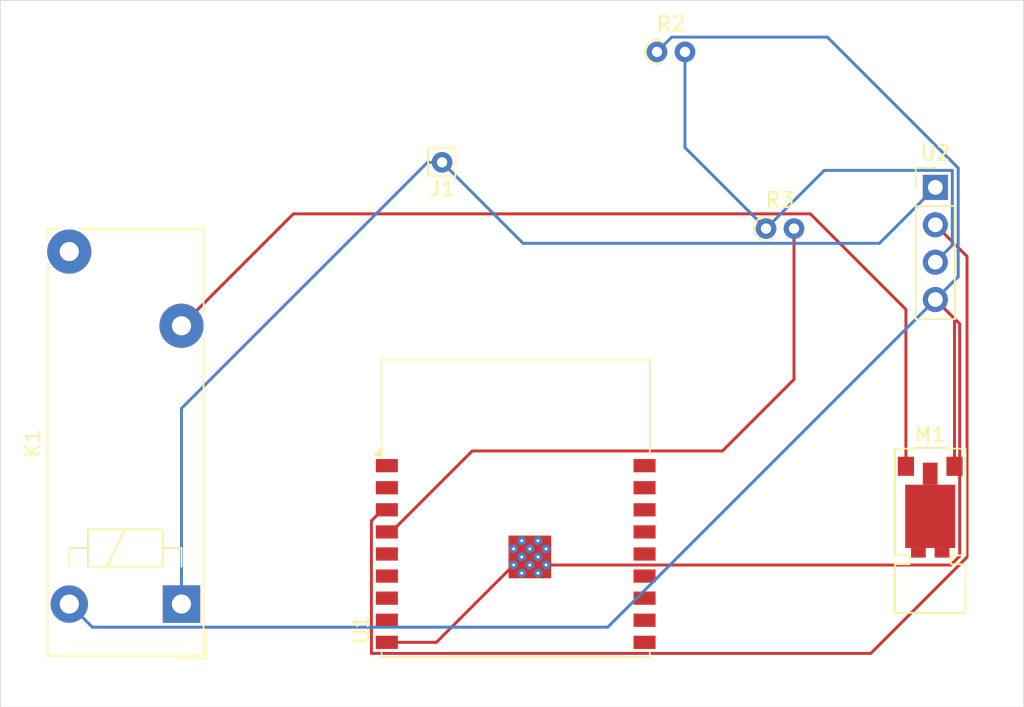
<source format=kicad_pcb>
(kicad_pcb (version 20241229) (generator "pcbnew") (generator_version "9.0")
  (layers (0 "F.Cu" signal) (2 "B.Cu" signal) (13 "F.Paste" user) (15 "B.Paste" user) (5 "F.SilkS" user "F.Silkscreen") (7 "B.SilkS" user "B.Silkscreen") (1 "F.Mask" user) (3 "B.Mask" user) (25 "Edge.Cuts" user))
  (net 0 "")
  (net 1 "+5V")
  (net 3 "Net-(M1-+)")
  (net 4 "Net-(J1-Pin_2)")
  (net 5 "Net-(U2-ECHO)")
  (net 6 "Net-(U1-IO5)")
  (net 22 "Net-(U1-IO4)")
  (footprint "RF_Module:ESP32-C3-WROOM-02" (layer "F.Cu") (at 201 119.6)
    (property "Reference" "U1" (at -10.5 5.13 90) (layer "F.SilkS"))
    (property "Value" "ESP32-C3-WROOM-02")
    (fp_line (start -9.11 -13.21) (end -9.11 -7.4) (stroke (width 0.12)) (layer "F.SilkS"))
    (fp_line (start -9.11 -13.21) (end 9.11 -13.21) (stroke (width 0.12)) (layer "F.SilkS"))
    (fp_line (start -9.11 6.71) (end -9.11 7.01) (stroke (width 0.12)) (layer "F.SilkS"))
    (fp_line (start -9.11 7.01) (end 9.11 7.01) (stroke (width 0.12)) (layer "F.SilkS"))
    (fp_line (start 9.11 -13.21) (end 9.11 -6.71) (stroke (width 0.12)) (layer "F.SilkS"))
    (fp_line (start 9.11 6.71) (end 9.11 7.01) (stroke (width 0.12)) (layer "F.SilkS"))
    (fp_poly (pts (xy -9.1 -6.7) (xy -9.6 -6.7) (xy -9.1 -7.2) (xy -9.1 -6.7)) (stroke (width 0.12)) (fill yes) (layer "F.SilkS"))
    (pad "1" smd rect (at -8.75 -6) (size 1.5 0.9) (layers "F.Cu" "F.Mask" "F.Paste"))
    (pad "2" smd rect (at -8.75 -4.5) (size 1.5 0.9) (layers "F.Cu" "F.Mask" "F.Paste"))
    (pad "3" smd rect (at -8.75 -3) (size 1.5 0.9) (layers "F.Cu" "F.Mask" "F.Paste") (net 22 "Net-(U1-IO4)"))
    (pad "4" smd rect (at -8.75 -1.5) (size 1.5 0.9) (layers "F.Cu" "F.Mask" "F.Paste") (net 6 "Net-(U1-IO5)"))
    (pad "5" smd rect (at -8.75 0) (size 1.5 0.9) (layers "F.Cu" "F.Mask" "F.Paste"))
    (pad "6" smd rect (at -8.75 1.5) (size 1.5 0.9) (layers "F.Cu" "F.Mask" "F.Paste"))
    (pad "7" smd rect (at -8.75 3) (size 1.5 0.9) (layers "F.Cu" "F.Mask" "F.Paste"))
    (pad "8" smd rect (at -8.75 4.5) (size 1.5 0.9) (layers "F.Cu" "F.Mask" "F.Paste"))
    (pad "9" smd rect (at -8.75 6) (size 1.5 0.9) (layers "F.Cu" "F.Mask" "F.Paste") (net 4 "Net-(J1-Pin_2)"))
    (pad "10" smd rect (at 8.75 6) (size 1.5 0.9) (layers "F.Cu" "F.Mask" "F.Paste"))
    (pad "11" smd rect (at 8.75 4.5) (size 1.5 0.9) (layers "F.Cu" "F.Mask" "F.Paste"))
    (pad "12" smd rect (at 8.75 3) (size 1.5 0.9) (layers "F.Cu" "F.Mask" "F.Paste"))
    (pad "13" smd rect (at 8.75 1.5) (size 1.5 0.9) (layers "F.Cu" "F.Mask" "F.Paste"))
    (pad "14" smd rect (at 8.75 0) (size 1.5 0.9) (layers "F.Cu" "F.Mask" "F.Paste"))
    (pad "15" smd rect (at 8.75 -1.5) (size 1.5 0.9) (layers "F.Cu" "F.Mask" "F.Paste"))
    (pad "16" smd rect (at 8.75 -3) (size 1.5 0.9) (layers "F.Cu" "F.Mask" "F.Paste"))
    (pad "17" smd rect (at 8.75 -4.5) (size 1.5 0.9) (layers "F.Cu" "F.Mask" "F.Paste"))
    (pad "18" smd rect (at 8.75 -6) (size 1.5 0.9) (layers "F.Cu" "F.Mask" "F.Paste"))
    (pad "19" thru_hole circle (at -0.14 -0.35) (size 0.6 0.6) (drill 0.2) (property pad_prop_heatsink) (layers "*.Cu" "F.Mask") (net 4 "Net-(J1-Pin_2)"))
    (pad "19" thru_hole circle (at -0.14 0.75) (size 0.6 0.6) (drill 0.2) (property pad_prop_heatsink) (layers "*.Cu" "F.Mask") (net 4 "Net-(J1-Pin_2)"))
    (pad "19" thru_hole circle (at 0.41 -0.9) (size 0.6 0.6) (drill 0.2) (property pad_prop_heatsink) (layers "*.Cu" "F.Mask") (net 4 "Net-(J1-Pin_2)"))
    (pad "19" thru_hole circle (at 0.41 0.2) (size 0.6 0.6) (drill 0.2) (property pad_prop_heatsink) (layers "*.Cu" "F.Mask") (net 4 "Net-(J1-Pin_2)"))
    (pad "19" thru_hole circle (at 0.41 1.3) (size 0.6 0.6) (drill 0.2) (property pad_prop_heatsink) (layers "*.Cu" "F.Mask") (net 4 "Net-(J1-Pin_2)"))
    (pad "19" thru_hole circle (at 0.96 -0.35) (size 0.6 0.6) (drill 0.2) (property pad_prop_heatsink) (layers "*.Cu" "F.Mask") (net 4 "Net-(J1-Pin_2)"))
    (pad "19" smd rect (at 0.96 0.2) (size 2.9 2.9) (property pad_prop_heatsink) (layers "F.Cu" "F.Mask") (net 4 "Net-(J1-Pin_2)"))
    (pad "19" thru_hole circle (at 0.96 0.75) (size 0.6 0.6) (drill 0.2) (property pad_prop_heatsink) (layers "*.Cu" "F.Mask") (net 4 "Net-(J1-Pin_2)"))
    (pad "19" thru_hole circle (at 1.51 -0.9) (size 0.6 0.6) (drill 0.2) (property pad_prop_heatsink) (layers "*.Cu" "F.Mask") (net 4 "Net-(J1-Pin_2)"))
    (pad "19" thru_hole circle (at 1.51 0.2) (size 0.6 0.6) (drill 0.2) (property pad_prop_heatsink) (layers "*.Cu" "F.Mask") (net 4 "Net-(J1-Pin_2)"))
    (pad "19" thru_hole circle (at 1.51 1.3) (size 0.6 0.6) (drill 0.2) (property pad_prop_heatsink) (layers "*.Cu" "F.Mask") (net 4 "Net-(J1-Pin_2)"))
    (pad "19" thru_hole circle (at 2.06 -0.35) (size 0.6 0.6) (drill 0.2) (property pad_prop_heatsink) (layers "*.Cu" "F.Mask") (net 4 "Net-(J1-Pin_2)"))
    (pad "19" thru_hole circle (at 2.06 0.75) (size 0.6 0.6) (drill 0.2) (property pad_prop_heatsink) (layers "*.Cu" "F.Mask") (net 4 "Net-(J1-Pin_2)"))
  )
  (footprint "Resistor_THT:R_Axial_DIN0204_L3.6mm_D1.6mm_P1.90mm_Vertical" (layer "F.Cu") (at 210.595 85.5)
    (property "Reference" "R2" (at 0.95 -1.92 0) (layer "F.SilkS"))
    (property "Value" "R")
    (fp_arc (start 0.320095 0.749359) (mid -0.813042 -0.054435) (end 0.417133 -0.7) (stroke (width 0.12)) (layer "F.SilkS"))
    (pad "1" thru_hole circle (at 0 0) (size 1.4 1.4) (drill 0.7) (layers "*.Cu" "*.Mask") (net 4 "Net-(J1-Pin_2)"))
    (pad "2" thru_hole oval (at 1.9 0) (size 1.4 1.4) (drill 0.7) (layers "*.Cu" "*.Mask") (net 5 "Net-(U2-ECHO)"))
  )
  (footprint "Connector_Pin:Pin_D0.7mm_L6.5mm_W1.8mm_FlatFork" (layer "F.Cu") (at 196 93)
    (property "Reference" "J1" (at 0 1.8 0) (layer "F.SilkS"))
    (property "Value" "Conn_01x02")
    (fp_line (start -0.95 -0.95) (end -0.95 0.95) (stroke (width 0.12)) (layer "F.SilkS"))
    (fp_line (start -0.95 0.95) (end 0.9 0.95) (stroke (width 0.12)) (layer "F.SilkS"))
    (fp_line (start 0.9 -0.95) (end -0.95 -0.95) (stroke (width 0.12)) (layer "F.SilkS"))
    (fp_line (start 0.9 -0.9) (end 0.9 -0.95) (stroke (width 0.12)) (layer "F.SilkS"))
    (fp_line (start 0.9 0.95) (end 0.9 -0.9) (stroke (width 0.12)) (layer "F.SilkS"))
    (pad "1" thru_hole circle (at 0 0) (size 1.4 1.4) (drill 0.7) (layers "*.Cu" "*.Mask") (net 1 "+5V"))
  )
  (footprint "Relay_THT:Relay_1-Form-A_Schrack-RYII_RM5mm" (layer "F.Cu") (at 178.3 123 90)
    (property "Reference" "K1" (at 10.9 -10.12 90) (layer "F.SilkS"))
    (property "Value" "Relay_SPDT")
    (fp_line (start 25.5 -9.1) (end 25.5 -8.3) (stroke (width 0.12)) (layer "F.SilkS"))
    (fp_line (start 24.75 -9.1) (end 25.5 -9.1) (stroke (width 0.12)) (layer "F.SilkS"))
    (fp_line (start -3.5 -9.1) (end 23.1 -9.1) (stroke (width 0.12)) (layer "F.SilkS"))
    (fp_line (start 3.81 -7.62) (end 3.81 -6.35) (stroke (width 0.12)) (layer "F.SilkS"))
    (fp_line (start 2.54 -7.62) (end 3.81 -7.62) (stroke (width 0.12)) (layer "F.SilkS"))
    (fp_line (start 25.5 -6.9) (end 25.5 1.5) (stroke (width 0.12)) (layer "F.SilkS"))
    (fp_line (start 5.08 -6.35) (end 5.08 -1.27) (stroke (width 0.12)) (layer "F.SilkS"))
    (fp_line (start 3.81 -6.35) (end 5.08 -6.35) (stroke (width 0.12)) (layer "F.SilkS"))
    (fp_line (start 2.54 -6.35) (end 3.81 -6.35) (stroke (width 0.12)) (layer "F.SilkS"))
    (fp_line (start 2.54 -5.08) (end 5.08 -3.81) (stroke (width 0.12)) (layer "F.SilkS"))
    (fp_line (start 5.08 -1.27) (end 2.54 -1.27) (stroke (width 0.12)) (layer "F.SilkS"))
    (fp_line (start 3.81 -1.27) (end 3.81 0) (stroke (width 0.12)) (layer "F.SilkS"))
    (fp_line (start 2.54 -1.27) (end 2.54 -6.35) (stroke (width 0.12)) (layer "F.SilkS"))
    (fp_line (start 3.81 0) (end 2.54 0) (stroke (width 0.12)) (layer "F.SilkS"))
    (fp_line (start 25.45 1.5) (end 19.7 1.5) (stroke (width 0.12)) (layer "F.SilkS"))
    (fp_line (start 18.1 1.5) (end -3.5 1.5) (stroke (width 0.12)) (layer "F.SilkS"))
    (fp_line (start -3.5 1.5) (end -3.5 -9.1) (stroke (width 0.12)) (layer "F.SilkS"))
    (fp_line (start -1.75 1.7) (end -3.7 1.7) (stroke (width 0.12)) (layer "F.SilkS"))
    (fp_line (start -3.7 1.7) (end -3.7 -0.2) (stroke (width 0.12)) (layer "F.SilkS"))
    (pad "11" thru_hole circle (at 18.9 0 90) (size 3 3) (drill 1.3) (layers "*.Cu" "*.Mask") (net 3 "Net-(M1-+)"))
    (pad "14" thru_hole circle (at 23.94 -7.62 90) (size 3 3) (drill 1.3) (layers "*.Cu" "*.Mask"))
    (pad "A1" thru_hole rect (at 0 0 90) (size 2.54 2.54) (drill 1.3) (layers "*.Cu" "*.Mask") (net 1 "+5V"))
    (pad "A2" thru_hole circle (at 0 -7.62 90) (size 2.54 2.54) (drill 1.3) (layers "*.Cu" "*.Mask") (net 4 "Net-(J1-Pin_2)"))
  )
  (footprint "Resistor_THT:R_Axial_DIN0204_L3.6mm_D1.6mm_P1.90mm_Vertical" (layer "F.Cu") (at 218 97.5)
    (property "Reference" "R3" (at 0.95 -1.92 0) (layer "F.SilkS"))
    (property "Value" "R")
    (fp_arc (start 0.320095 0.749359) (mid -0.813042 -0.054435) (end 0.417133 -0.7) (stroke (width 0.12)) (layer "F.SilkS"))
    (pad "1" thru_hole circle (at 0 0) (size 1.4 1.4) (drill 0.7) (layers "*.Cu" "*.Mask") (net 5 "Net-(U2-ECHO)"))
    (pad "2" thru_hole oval (at 1.9 0) (size 1.4 1.4) (drill 0.7) (layers "*.Cu" "*.Mask") (net 6 "Net-(U1-IO5)"))
  )
  (footprint "Connector_PinHeader_2.54mm:PinHeader_1x04_P2.54mm_Vertical" (layer "F.Cu") (at 229.5 94.7)
    (property "Reference" "U2" (at 0 -2.33 0) (layer "F.SilkS"))
    (property "Value" "HC-SR04")
    (fp_line (start -1.33 -1.33) (end 0 -1.33) (stroke (width 0.12)) (layer "F.SilkS"))
    (fp_line (start -1.33 0) (end -1.33 -1.33) (stroke (width 0.12)) (layer "F.SilkS"))
    (fp_line (start -1.33 1.27) (end -1.33 8.95) (stroke (width 0.12)) (layer "F.SilkS"))
    (fp_line (start -1.33 1.27) (end 1.33 1.27) (stroke (width 0.12)) (layer "F.SilkS"))
    (fp_line (start -1.33 8.95) (end 1.33 8.95) (stroke (width 0.12)) (layer "F.SilkS"))
    (fp_line (start 1.33 1.27) (end 1.33 8.95) (stroke (width 0.12)) (layer "F.SilkS"))
    (pad "1" thru_hole rect (at 0 0) (size 1.7 1.7) (drill 1) (layers "*.Cu" "*.Mask") (net 1 "+5V"))
    (pad "2" thru_hole oval (at 0 2.54) (size 1.7 1.7) (drill 1) (layers "*.Cu" "*.Mask") (net 22 "Net-(U1-IO4)"))
    (pad "3" thru_hole oval (at 0 5.08) (size 1.7 1.7) (drill 1) (layers "*.Cu" "*.Mask") (net 5 "Net-(U2-ECHO)"))
    (pad "4" thru_hole oval (at 0 7.62) (size 1.7 1.7) (drill 1) (layers "*.Cu" "*.Mask") (net 4 "Net-(J1-Pin_2)"))
  )
  (footprint "Motors:Vybronics_VZ30C1T8219732L" (layer "F.Cu") (at 229.15 117.995)
    (property "Reference" "M1" (at 0 -6.5 0) (layer "F.SilkS"))
    (property "Value" "Motor_DC")
    (fp_line (start -2.4 -5.55) (end -1.05 -5.55) (stroke (width 0.12)) (layer "F.SilkS"))
    (fp_line (start -2.4 -5.2) (end -2.4 -5.55) (stroke (width 0.12)) (layer "F.SilkS"))
    (fp_line (start -2.4 1.7) (end -2.4 -5.2) (stroke (width 0.12)) (layer "F.SilkS"))
    (fp_line (start -2.4 2.3) (end -1.4 2.3) (stroke (width 0.12)) (layer "F.SilkS"))
    (fp_line (start -2.4 5.6) (end -2.4 2.3) (stroke (width 0.12)) (layer "F.SilkS"))
    (fp_line (start -1.4 1.7) (end -2.4 1.7) (stroke (width 0.12)) (layer "F.SilkS"))
    (fp_line (start -1.4 2.3) (end -1.4 1.7) (stroke (width 0.12)) (layer "F.SilkS"))
    (fp_line (start -1.05 -5.6) (end 1.05 -5.6) (stroke (width 0.12)) (layer "F.SilkS"))
    (fp_line (start -1.05 -5.55) (end -1.05 -5.6) (stroke (width 0.12)) (layer "F.SilkS"))
    (fp_line (start 1.05 -5.6) (end 1.05 -5.55) (stroke (width 0.12)) (layer "F.SilkS"))
    (fp_line (start 1.05 -5.55) (end 2.4 -5.55) (stroke (width 0.12)) (layer "F.SilkS"))
    (fp_line (start 1.4 1.7) (end 1.4 2.3) (stroke (width 0.12)) (layer "F.SilkS"))
    (fp_line (start 1.4 2.3) (end 2.4 2.3) (stroke (width 0.12)) (layer "F.SilkS"))
    (fp_line (start 2.4 -5.55) (end 2.4 -5.2) (stroke (width 0.12)) (layer "F.SilkS"))
    (fp_line (start 2.4 -5.2) (end 2.4 1.7) (stroke (width 0.12)) (layer "F.SilkS"))
    (fp_line (start 2.4 1.7) (end 1.4 1.7) (stroke (width 0.12)) (layer "F.SilkS"))
    (fp_line (start 2.4 2.3) (end 2.4 5.6) (stroke (width 0.12)) (layer "F.SilkS"))
    (fp_line (start 2.4 5.6) (end -2.4 5.6) (stroke (width 0.12)) (layer "F.SilkS"))
    (pad "1" smd rect (at -1.65 -4.35 270) (size 1.3 1.1) (layers "F.Cu" "F.Mask" "F.Paste") (net 3 "Net-(M1-+)"))
    (pad "2" smd rect (at 1.65 -4.35 270) (size 1.3 1.1) (layers "F.Cu" "F.Mask" "F.Paste") (net 4 "Net-(J1-Pin_2)"))
    (pad "SH" smd rect (at -0.8 1.525) (size 1 0.65) (layers "F.Cu" "F.Mask" "F.Paste"))
    (pad "SH" smd rect (at 0 -3.85 270) (size 1.5 1) (layers "F.Cu" "F.Mask" "F.Paste"))
    (pad "SH" smd rect (at 0 -0.95 270) (size 4.3 3.4) (layers "F.Cu" "F.Mask"))
    (pad "SH" smd rect (at 0.8 1.525) (size 1 0.65) (layers "F.Cu" "F.Mask" "F.Paste"))
  )
  (gr_rect (start 166 82) (end 235.5 130) (stroke (width 0.05)) (fill no) (layer "Edge.Cuts"))
  (segment (start 225.699 98.501) (end 201.501 98.501) (width 0.2) (layer "B.Cu") (net 1))
  (segment (start 195.010051 93) (end 178.3 109.710051) (width 0.2) (layer "B.Cu") (net 1))
  (segment (start 178.3 109.710051) (end 178.3 123) (width 0.2) (layer "B.Cu") (net 1))
  (segment (start 196 93) (end 195.010051 93) (width 0.2) (layer "B.Cu") (net 1))
  (segment (start 201.501 98.501) (end 196 93) (width 0.2) (layer "B.Cu") (net 1))
  (segment (start 229.5 94.7) (end 225.699 98.501) (width 0.2) (layer "B.Cu") (net 1))
  (segment (start 227.5 113.645) (end 227.5 102.991372) (width 0.2) (layer "F.Cu") (net 3))
  (segment (start 227.5 102.991372) (end 221.007628 96.499) (width 0.2) (layer "F.Cu") (net 3))
  (segment (start 221.007628 96.499) (end 185.901 96.499) (width 0.2) (layer "F.Cu") (net 3))
  (segment (start 185.901 96.499) (end 178.3 104.1) (width 0.2) (layer "F.Cu") (net 3))
  (segment (start 203.06 120.35) (end 230.547 120.35) (width 0.2) (layer "F.Cu") (net 4))
  (segment (start 230.547 120.35) (end 231.151 119.746) (width 0.2) (layer "F.Cu") (net 4))
  (segment (start 231.151 119.746) (end 231.151 103.971) (width 0.2) (layer "F.Cu") (net 4))
  (segment (start 231.151 103.971) (end 229.5 102.32) (width 0.2) (layer "F.Cu") (net 4))
  (segment (start 192.25 125.6) (end 195.61 125.6) (width 0.2) (layer "F.Cu") (net 4))
  (segment (start 195.61 125.6) (end 200.86 120.35) (width 0.2) (layer "F.Cu") (net 4))
  (segment (start 230.8 103.62) (end 229.5 102.32) (width 0.2) (layer "F.Cu") (net 4))
  (segment (start 230.8 113.645) (end 230.8 103.62) (width 0.2) (layer "F.Cu") (net 4))
  (segment (start 231.052 100.768) (end 229.5 102.32) (width 0.2) (layer "B.Cu") (net 4))
  (segment (start 170.68 123) (end 172.251 124.571) (width 0.2) (layer "B.Cu") (net 4))
  (segment (start 207.249 124.571) (end 229.5 102.32) (width 0.2) (layer "B.Cu") (net 4))
  (segment (start 172.251 124.571) (end 207.249 124.571) (width 0.2) (layer "B.Cu") (net 4))
  (segment (start 210.595 85.5) (end 211.596 84.499) (width 0.2) (layer "B.Cu") (net 4))
  (segment (start 211.596 84.499) (end 222.1681 84.499) (width 0.2) (layer "B.Cu") (net 4))
  (segment (start 222.1681 84.499) (end 231.052 93.3829) (width 0.2) (layer "B.Cu") (net 4))
  (segment (start 231.052 93.3829) (end 231.052 100.768) (width 0.2) (layer "B.Cu") (net 4))
  (segment (start 229.5 99.78) (end 230.651 98.629) (width 0.2) (layer "B.Cu") (net 5))
  (segment (start 221.951 93.549) (end 218 97.5) (width 0.2) (layer "B.Cu") (net 5))
  (segment (start 230.651 98.629) (end 230.651 93.549) (width 0.2) (layer "B.Cu") (net 5))
  (segment (start 218 97.5) (end 212.495 91.995) (width 0.2) (layer "B.Cu") (net 5))
  (segment (start 212.495 91.995) (end 212.495 85.5) (width 0.2) (layer "B.Cu") (net 5))
  (segment (start 230.651 93.549) (end 221.951 93.549) (width 0.2) (layer "B.Cu") (net 5))
  (segment (start 219.9 107.742836) (end 219.9 97.5) (width 0.2) (layer "F.Cu") (net 6))
  (segment (start 192.55 118.1) (end 198.049 112.601) (width 0.2) (layer "F.Cu") (net 6))
  (segment (start 192.25 118.1) (end 192.55 118.1) (width 0.2) (layer "F.Cu") (net 6))
  (segment (start 215.041836 112.601) (end 219.9 107.742836) (width 0.2) (layer "F.Cu") (net 6))
  (segment (start 198.049 112.601) (end 215.041836 112.601) (width 0.2) (layer "F.Cu") (net 6))
  (segment (start 191.199 126.351) (end 191.199 117.349) (width 0.2) (layer "F.Cu") (net 22))
  (segment (start 229.5 97.24) (end 231.651 99.391) (width 0.2) (layer "F.Cu") (net 22))
  (segment (start 231.651 99.391) (end 231.651 119.8131) (width 0.2) (layer "F.Cu") (net 22))
  (segment (start 231.651 119.8131) (end 225.1131 126.351) (width 0.2) (layer "F.Cu") (net 22))
  (segment (start 191.948 116.6) (end 192.25 116.6) (width 0.2) (layer "F.Cu") (net 22))
  (segment (start 191.199 117.349) (end 191.948 116.6) (width 0.2) (layer "F.Cu") (net 22))
  (segment (start 225.1131 126.351) (end 191.199 126.351) (width 0.2) (layer "F.Cu") (net 22))
)
</source>
